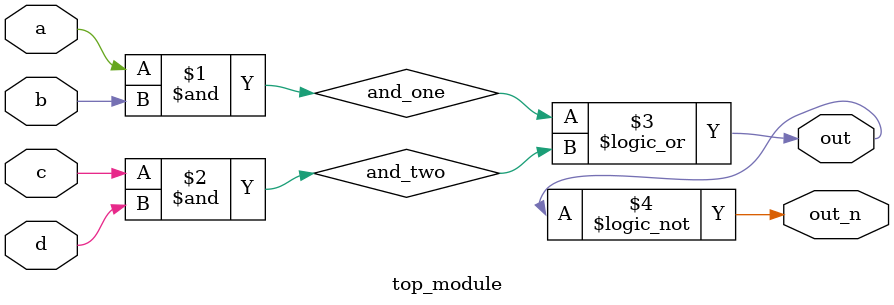
<source format=v>
`default_nettype none
module top_module(
    input a,
    input b,
    input c,
    input d,
    output out,
    output out_n   ); 
 
    wire and_one;
    wire and_two;
    
    assign and_one = a&b;
    assign and_two = c&d;
    assign out = and_one || and_two;
    assign out_n = !out;
    
endmodule
</source>
